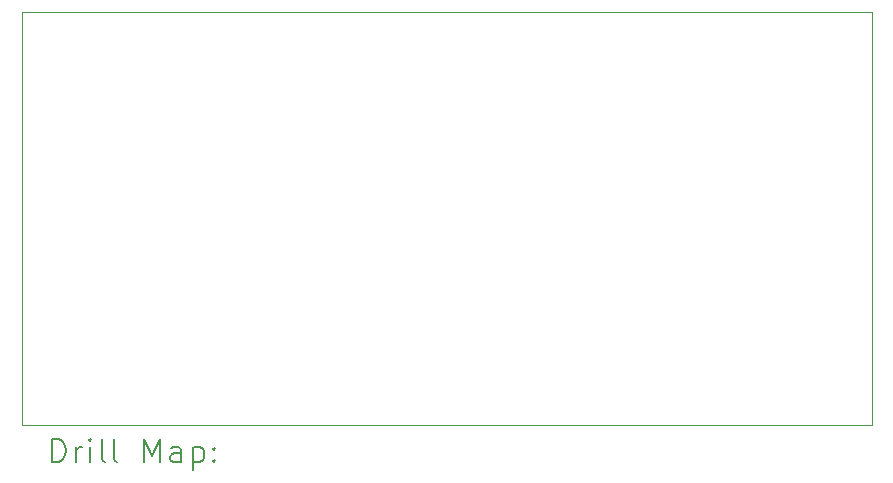
<source format=gbr>
%TF.GenerationSoftware,KiCad,Pcbnew,8.0.0*%
%TF.CreationDate,2025-01-04T20:04:22+01:00*%
%TF.ProjectId,ina2137,696e6132-3133-4372-9e6b-696361645f70,rev?*%
%TF.SameCoordinates,Original*%
%TF.FileFunction,Drillmap*%
%TF.FilePolarity,Positive*%
%FSLAX45Y45*%
G04 Gerber Fmt 4.5, Leading zero omitted, Abs format (unit mm)*
G04 Created by KiCad (PCBNEW 8.0.0) date 2025-01-04 20:04:22*
%MOMM*%
%LPD*%
G01*
G04 APERTURE LIST*
%ADD10C,0.050000*%
%ADD11C,0.200000*%
G04 APERTURE END LIST*
D10*
X10900000Y-7790000D02*
X18100000Y-7790000D01*
X18100000Y-11290000D01*
X10900000Y-11290000D01*
X10900000Y-7790000D01*
D11*
X11158277Y-11603984D02*
X11158277Y-11403984D01*
X11158277Y-11403984D02*
X11205896Y-11403984D01*
X11205896Y-11403984D02*
X11234467Y-11413508D01*
X11234467Y-11413508D02*
X11253515Y-11432555D01*
X11253515Y-11432555D02*
X11263039Y-11451603D01*
X11263039Y-11451603D02*
X11272562Y-11489698D01*
X11272562Y-11489698D02*
X11272562Y-11518269D01*
X11272562Y-11518269D02*
X11263039Y-11556365D01*
X11263039Y-11556365D02*
X11253515Y-11575412D01*
X11253515Y-11575412D02*
X11234467Y-11594460D01*
X11234467Y-11594460D02*
X11205896Y-11603984D01*
X11205896Y-11603984D02*
X11158277Y-11603984D01*
X11358277Y-11603984D02*
X11358277Y-11470650D01*
X11358277Y-11508746D02*
X11367801Y-11489698D01*
X11367801Y-11489698D02*
X11377324Y-11480174D01*
X11377324Y-11480174D02*
X11396372Y-11470650D01*
X11396372Y-11470650D02*
X11415420Y-11470650D01*
X11482086Y-11603984D02*
X11482086Y-11470650D01*
X11482086Y-11403984D02*
X11472562Y-11413508D01*
X11472562Y-11413508D02*
X11482086Y-11423031D01*
X11482086Y-11423031D02*
X11491610Y-11413508D01*
X11491610Y-11413508D02*
X11482086Y-11403984D01*
X11482086Y-11403984D02*
X11482086Y-11423031D01*
X11605896Y-11603984D02*
X11586848Y-11594460D01*
X11586848Y-11594460D02*
X11577324Y-11575412D01*
X11577324Y-11575412D02*
X11577324Y-11403984D01*
X11710658Y-11603984D02*
X11691610Y-11594460D01*
X11691610Y-11594460D02*
X11682086Y-11575412D01*
X11682086Y-11575412D02*
X11682086Y-11403984D01*
X11939229Y-11603984D02*
X11939229Y-11403984D01*
X11939229Y-11403984D02*
X12005896Y-11546841D01*
X12005896Y-11546841D02*
X12072562Y-11403984D01*
X12072562Y-11403984D02*
X12072562Y-11603984D01*
X12253515Y-11603984D02*
X12253515Y-11499222D01*
X12253515Y-11499222D02*
X12243991Y-11480174D01*
X12243991Y-11480174D02*
X12224943Y-11470650D01*
X12224943Y-11470650D02*
X12186848Y-11470650D01*
X12186848Y-11470650D02*
X12167801Y-11480174D01*
X12253515Y-11594460D02*
X12234467Y-11603984D01*
X12234467Y-11603984D02*
X12186848Y-11603984D01*
X12186848Y-11603984D02*
X12167801Y-11594460D01*
X12167801Y-11594460D02*
X12158277Y-11575412D01*
X12158277Y-11575412D02*
X12158277Y-11556365D01*
X12158277Y-11556365D02*
X12167801Y-11537317D01*
X12167801Y-11537317D02*
X12186848Y-11527793D01*
X12186848Y-11527793D02*
X12234467Y-11527793D01*
X12234467Y-11527793D02*
X12253515Y-11518269D01*
X12348753Y-11470650D02*
X12348753Y-11670650D01*
X12348753Y-11480174D02*
X12367801Y-11470650D01*
X12367801Y-11470650D02*
X12405896Y-11470650D01*
X12405896Y-11470650D02*
X12424943Y-11480174D01*
X12424943Y-11480174D02*
X12434467Y-11489698D01*
X12434467Y-11489698D02*
X12443991Y-11508746D01*
X12443991Y-11508746D02*
X12443991Y-11565888D01*
X12443991Y-11565888D02*
X12434467Y-11584936D01*
X12434467Y-11584936D02*
X12424943Y-11594460D01*
X12424943Y-11594460D02*
X12405896Y-11603984D01*
X12405896Y-11603984D02*
X12367801Y-11603984D01*
X12367801Y-11603984D02*
X12348753Y-11594460D01*
X12529705Y-11584936D02*
X12539229Y-11594460D01*
X12539229Y-11594460D02*
X12529705Y-11603984D01*
X12529705Y-11603984D02*
X12520182Y-11594460D01*
X12520182Y-11594460D02*
X12529705Y-11584936D01*
X12529705Y-11584936D02*
X12529705Y-11603984D01*
X12529705Y-11480174D02*
X12539229Y-11489698D01*
X12539229Y-11489698D02*
X12529705Y-11499222D01*
X12529705Y-11499222D02*
X12520182Y-11489698D01*
X12520182Y-11489698D02*
X12529705Y-11480174D01*
X12529705Y-11480174D02*
X12529705Y-11499222D01*
M02*

</source>
